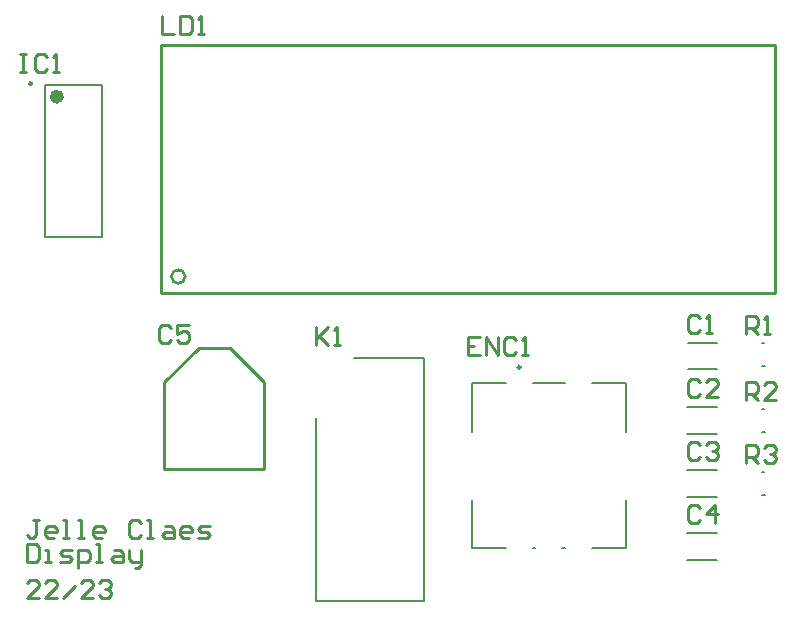
<source format=gto>
G04*
G04 #@! TF.GenerationSoftware,Altium Limited,Altium Designer,23.2.1 (34)*
G04*
G04 Layer_Color=65535*
%FSLAX44Y44*%
%MOMM*%
G71*
G04*
G04 #@! TF.SameCoordinates,4E9E20A5-CFB6-4988-ACB7-F8E89E2D747F*
G04*
G04*
G04 #@! TF.FilePolarity,Positive*
G04*
G01*
G75*
%ADD10C,0.2500*%
%ADD11C,0.6000*%
%ADD12C,0.2540*%
%ADD13C,0.2000*%
D10*
X57710Y488560D02*
G03*
X57710Y488560I-1250J0D01*
G01*
X471550Y248350D02*
G03*
X471550Y248350I-1250J0D01*
G01*
D11*
X81710Y477410D02*
G03*
X81710Y477410I-3000J0D01*
G01*
D12*
X187369Y325120D02*
G03*
X187369Y325120I-5759J0D01*
G01*
X198882Y264922D02*
X214161D01*
X169590Y235630D02*
X198882Y264922D01*
X225208D02*
X254590Y235540D01*
Y162560D02*
Y235540D01*
X169590Y162560D02*
X254590D01*
X169590D02*
Y235630D01*
X214161Y264922D02*
X225208D01*
X166720Y311560D02*
Y521560D01*
X686720Y311560D02*
Y521560D01*
X166720D02*
X686720D01*
X166720Y311560D02*
X686720D01*
X63497Y119375D02*
X58418D01*
X60957D01*
Y106679D01*
X58418Y104140D01*
X55879D01*
X53340Y106679D01*
X76193Y104140D02*
X71114D01*
X68575Y106679D01*
Y111757D01*
X71114Y114297D01*
X76193D01*
X78732Y111757D01*
Y109218D01*
X68575D01*
X83810Y104140D02*
X88889D01*
X86349D01*
Y119375D01*
X83810D01*
X96506Y104140D02*
X101584D01*
X99045D01*
Y119375D01*
X96506D01*
X116819Y104140D02*
X111741D01*
X109202Y106679D01*
Y111757D01*
X111741Y114297D01*
X116819D01*
X119359Y111757D01*
Y109218D01*
X109202D01*
X149829Y116836D02*
X147290Y119375D01*
X142211D01*
X139672Y116836D01*
Y106679D01*
X142211Y104140D01*
X147290D01*
X149829Y106679D01*
X154907Y104140D02*
X159986D01*
X157446D01*
Y119375D01*
X154907D01*
X170142Y114297D02*
X175221D01*
X177760Y111757D01*
Y104140D01*
X170142D01*
X167603Y106679D01*
X170142Y109218D01*
X177760D01*
X190456Y104140D02*
X185377D01*
X182838Y106679D01*
Y111757D01*
X185377Y114297D01*
X190456D01*
X192995Y111757D01*
Y109218D01*
X182838D01*
X198073Y104140D02*
X205691D01*
X208230Y106679D01*
X205691Y109218D01*
X200612D01*
X198073Y111757D01*
X200612Y114297D01*
X208230D01*
X53340Y99053D02*
Y83818D01*
X60957D01*
X63497Y86357D01*
Y96514D01*
X60957Y99053D01*
X53340D01*
X68575Y83818D02*
X73653D01*
X71114D01*
Y93975D01*
X68575D01*
X81271Y83818D02*
X88889D01*
X91428Y86357D01*
X88889Y88897D01*
X83810D01*
X81271Y91436D01*
X83810Y93975D01*
X91428D01*
X96506Y78740D02*
Y93975D01*
X104124D01*
X106663Y91436D01*
Y86357D01*
X104124Y83818D01*
X96506D01*
X111741D02*
X116819D01*
X114280D01*
Y99053D01*
X111741D01*
X126976Y93975D02*
X132055D01*
X134594Y91436D01*
Y83818D01*
X126976D01*
X124437Y86357D01*
X126976Y88897D01*
X134594D01*
X139672Y93975D02*
Y86357D01*
X142211Y83818D01*
X149829D01*
Y81279D01*
X147290Y78740D01*
X144750D01*
X149829Y83818D02*
Y93975D01*
X63497Y53340D02*
X53340D01*
X63497Y63497D01*
Y66036D01*
X60957Y68575D01*
X55879D01*
X53340Y66036D01*
X78732Y53340D02*
X68575D01*
X78732Y63497D01*
Y66036D01*
X76193Y68575D01*
X71114D01*
X68575Y66036D01*
X83810Y53340D02*
X93967Y63497D01*
X109202Y53340D02*
X99045D01*
X109202Y63497D01*
Y66036D01*
X106663Y68575D01*
X101584D01*
X99045Y66036D01*
X114280D02*
X116819Y68575D01*
X121898D01*
X124437Y66036D01*
Y63497D01*
X121898Y60957D01*
X119359D01*
X121898D01*
X124437Y58418D01*
Y55879D01*
X121898Y53340D01*
X116819D01*
X114280Y55879D01*
X175261Y281938D02*
X172722Y284478D01*
X167643D01*
X165104Y281938D01*
Y271782D01*
X167643Y269242D01*
X172722D01*
X175261Y271782D01*
X190496Y284478D02*
X180339D01*
Y276860D01*
X185417Y279399D01*
X187957D01*
X190496Y276860D01*
Y271782D01*
X187957Y269242D01*
X182878D01*
X180339Y271782D01*
X662178Y167640D02*
Y182875D01*
X669796D01*
X672335Y180336D01*
Y175257D01*
X669796Y172718D01*
X662178D01*
X667256D02*
X672335Y167640D01*
X677413Y180336D02*
X679952Y182875D01*
X685031D01*
X687570Y180336D01*
Y177797D01*
X685031Y175257D01*
X682491D01*
X685031D01*
X687570Y172718D01*
Y170179D01*
X685031Y167640D01*
X679952D01*
X677413Y170179D01*
X662178Y220980D02*
Y236215D01*
X669796D01*
X672335Y233676D01*
Y228598D01*
X669796Y226058D01*
X662178D01*
X667256D02*
X672335Y220980D01*
X687570D02*
X677413D01*
X687570Y231137D01*
Y233676D01*
X685031Y236215D01*
X679952D01*
X677413Y233676D01*
X662178Y276860D02*
Y292095D01*
X669796D01*
X672335Y289556D01*
Y284478D01*
X669796Y281938D01*
X662178D01*
X667256D02*
X672335Y276860D01*
X677413D02*
X682491D01*
X679952D01*
Y292095D01*
X677413Y289556D01*
X167894Y545587D02*
Y530352D01*
X178051D01*
X183129Y545587D02*
Y530352D01*
X190747D01*
X193286Y532891D01*
Y543048D01*
X190747Y545587D01*
X183129D01*
X198364Y530352D02*
X203442D01*
X200903D01*
Y545587D01*
X198364Y543048D01*
X297942Y282189D02*
Y266954D01*
Y272032D01*
X308099Y282189D01*
X300481Y274571D01*
X308099Y266954D01*
X313177D02*
X318255D01*
X315716D01*
Y282189D01*
X313177Y279650D01*
X48006Y513837D02*
X53084D01*
X50545D01*
Y498602D01*
X48006D01*
X53084D01*
X70859Y511298D02*
X68319Y513837D01*
X63241D01*
X60702Y511298D01*
Y501141D01*
X63241Y498602D01*
X68319D01*
X70859Y501141D01*
X75937Y498602D02*
X81015D01*
X78476D01*
Y513837D01*
X75937Y511298D01*
X436877Y273807D02*
X426720D01*
Y258572D01*
X436877D01*
X426720Y266189D02*
X431798D01*
X441955Y258572D02*
Y273807D01*
X452112Y258572D01*
Y273807D01*
X467347Y271268D02*
X464808Y273807D01*
X459729D01*
X457190Y271268D01*
Y261111D01*
X459729Y258572D01*
X464808D01*
X467347Y261111D01*
X472425Y258572D02*
X477504D01*
X474964D01*
Y273807D01*
X472425Y271268D01*
X623059Y129028D02*
X620519Y131567D01*
X615441D01*
X612902Y129028D01*
Y118871D01*
X615441Y116332D01*
X620519D01*
X623059Y118871D01*
X635755Y116332D02*
Y131567D01*
X628137Y123949D01*
X638294D01*
X623059Y182368D02*
X620519Y184907D01*
X615441D01*
X612902Y182368D01*
Y172211D01*
X615441Y169672D01*
X620519D01*
X623059Y172211D01*
X628137Y182368D02*
X630676Y184907D01*
X635755D01*
X638294Y182368D01*
Y179829D01*
X635755Y177290D01*
X633215D01*
X635755D01*
X638294Y174750D01*
Y172211D01*
X635755Y169672D01*
X630676D01*
X628137Y172211D01*
X623059Y235708D02*
X620519Y238247D01*
X615441D01*
X612902Y235708D01*
Y225551D01*
X615441Y223012D01*
X620519D01*
X623059Y225551D01*
X638294Y223012D02*
X628137D01*
X638294Y233169D01*
Y235708D01*
X635755Y238247D01*
X630676D01*
X628137Y235708D01*
X623567Y290318D02*
X621027Y292857D01*
X615949D01*
X613410Y290318D01*
Y280161D01*
X615949Y277622D01*
X621027D01*
X623567Y280161D01*
X628645Y277622D02*
X633723D01*
X631184D01*
Y292857D01*
X628645Y290318D01*
D13*
X676180Y249428D02*
X678180D01*
X675894Y268732D02*
X677894D01*
X675894Y212852D02*
X677894D01*
X676180Y193548D02*
X678180D01*
X676180Y140208D02*
X678180D01*
X675894Y159512D02*
X677894D01*
X612309Y85270D02*
X637371D01*
X612309Y107770D02*
X637371D01*
X612309Y161110D02*
X637371D01*
X612309Y138610D02*
X637371D01*
X612309Y214450D02*
X637371D01*
X612309Y191950D02*
X637371D01*
X612921Y269060D02*
X637983D01*
X612921Y246560D02*
X637983D01*
X68710Y358410D02*
Y487410D01*
X116710Y358410D02*
Y487410D01*
X68710D02*
X116710D01*
X68710Y358410D02*
X116710D01*
X298150Y50340D02*
Y205740D01*
Y50340D02*
X389650D01*
Y256540D01*
X330200D02*
X389650D01*
X430300Y234600D02*
X458800D01*
X481800D02*
X508800D01*
X531800D02*
X560300D01*
Y95600D02*
Y136350D01*
Y193850D02*
Y234600D01*
X430300Y95600D02*
X458800D01*
X481800D02*
X483800D01*
X506800D02*
X508800D01*
X531800D02*
X560300D01*
X430300D02*
Y136350D01*
Y193850D02*
Y234600D01*
M02*

</source>
